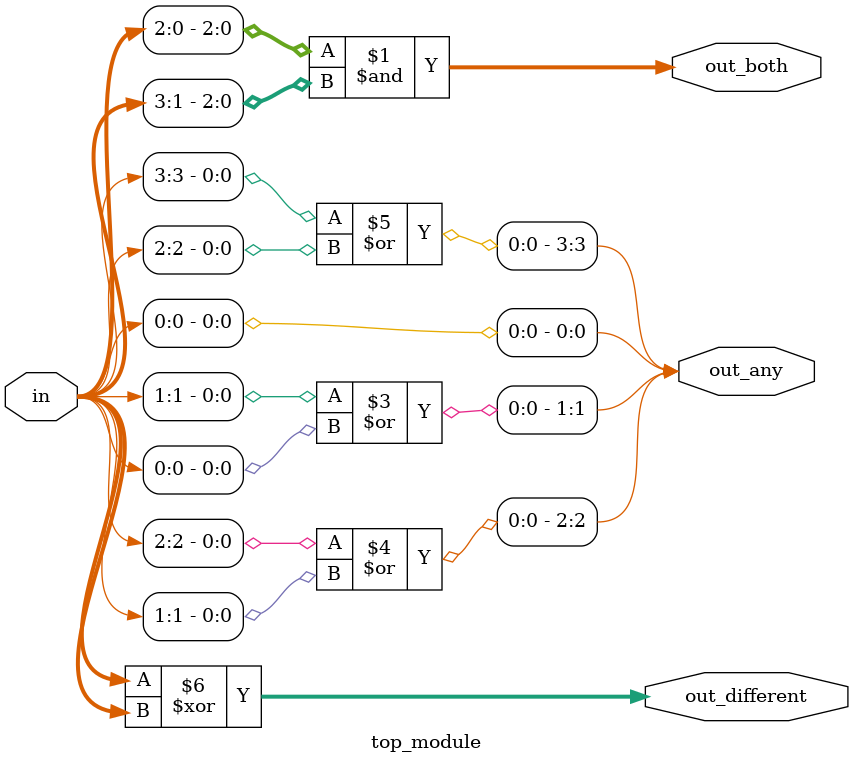
<source format=sv>
module top_module (
    input [3:0] in,
    output [2:0] out_both,
    output [3:0] out_any,
    output [3:0] out_different
);
    
    assign out_both = in[2:0] & in[3:1];
    assign out_any = { (in[3] | in[2]), (in[2] | in[1]), (in[1] | in[0]), (in[0] | in[0]) };
    assign out_different = in ^ {in[3:1], in[0]};

endmodule

</source>
